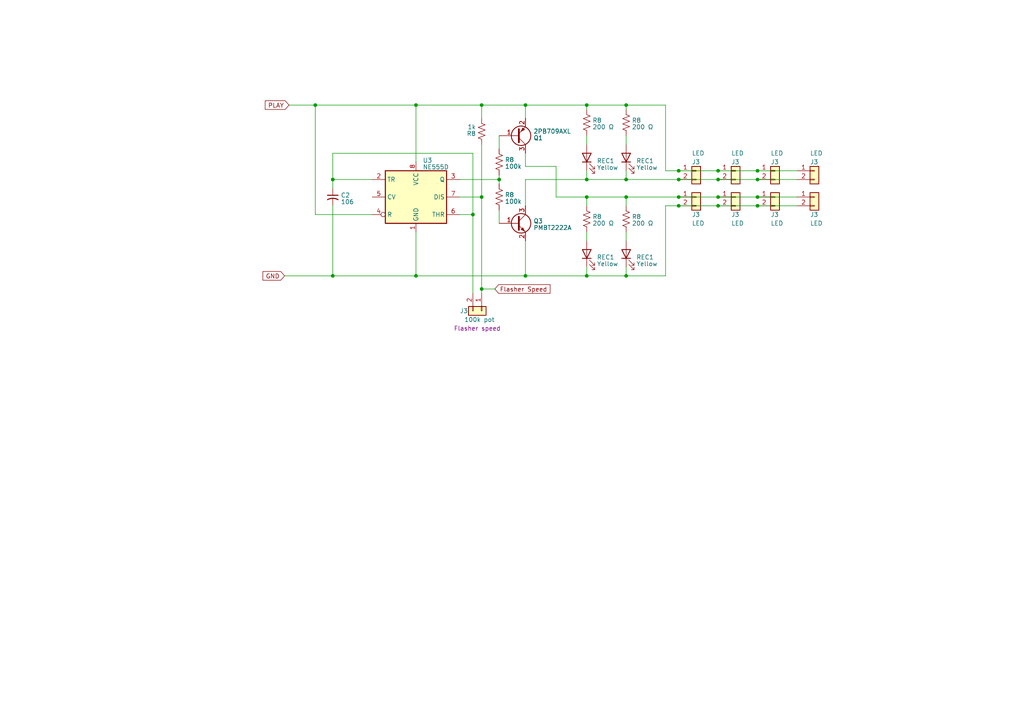
<source format=kicad_sch>
(kicad_sch (version 20230121) (generator eeschema)
  (paper "A4")
  (lib_symbols
    (symbol "Connector_Generic:Conn_01x02" (pin_names (offset 1.016) hide)
      (property "Reference" "J" (at 0 2.54 0))
      (property "Value" "Conn_01x02" (at 0 -5.08 0))
      (symbol "Conn_01x02_1_1"
        (rectangle (start -1.27 -2.413) (end 0 -2.667) (stroke (width 0.1524)))
        (rectangle (start -1.27 0.127) (end 0 -0.127) (stroke (width 0.1524)))
        (rectangle (start -1.27 1.27) (end 1.27 -3.81) (stroke (width 0.254)) (fill (type background)))
        (pin passive line (at -5.08 0 0) (length 3.81) (name "Pin_1") (number "1"))
        (pin passive line (at -5.08 -2.54 0) (length 3.81) (name "Pin_2") (number "2"))
      )
    )
    (symbol "Device:LED" (pin_numbers hide) (pin_names (offset 1.016) hide)
      (property "Reference" "D" (at 0 2.54 0))
      (property "Value" "LED" (at 0 -2.54 0))
      (symbol "LED_0_1"
        (polyline (pts (xy -1.27 -1.27) (xy -1.27 1.27)) (stroke (width 0.254)))
        (polyline (pts (xy -1.27 0) (xy 1.27 0)))
        (polyline (pts (xy 1.27 -1.27) (xy 1.27 1.27) (xy -1.27 0) (xy 1.27 -1.27)) (stroke (width 0.254)))
        (polyline (pts (xy -3.048 -0.762) (xy -4.572 -2.286) (xy -3.81 -2.286) (xy -4.572 -2.286) (xy -4.572 -1.524)))
        (polyline (pts (xy -1.778 -0.762) (xy -3.302 -2.286) (xy -2.54 -2.286) (xy -3.302 -2.286) (xy -3.302 -1.524)))
      )
      (symbol "LED_1_1"
        (pin passive line (at -3.81 0 0) (length 2.54) (name "K") (number "1"))
        (pin passive line (at 3.81 0 180) (length 2.54) (name "A") (number "2"))
      )
    )
    (symbol "Device:Q_NPN_BEC" (pin_names (offset 0) hide)
      (property "Reference" "Q" (at 5.08 1.27 0))
      (property "Value" "Q_NPN_BEC" (at 5.08 -1.27 0))
      (symbol "Q_NPN_BEC_0_1"
        (polyline (pts (xy 0.635 0.635) (xy 2.54 2.54)))
        (polyline (pts (xy 0.635 -0.635) (xy 2.54 -2.54) (xy 2.54 -2.54)))
        (polyline (pts (xy 0.635 1.905) (xy 0.635 -1.905) (xy 0.635 -1.905)) (stroke (width 0.508)))
        (polyline (pts (xy 1.27 -1.778) (xy 1.778 -1.27) (xy 2.286 -2.286) (xy 1.27 -1.778) (xy 1.27 -1.778)) (fill (type outline)))
        (circle (center 1.27 0) (radius 2.8194) (stroke (width 0.254)))
      )
      (symbol "Q_NPN_BEC_1_1"
        (pin input line (at -5.08 0 0) (length 5.715) (name "B") (number "1"))
        (pin passive line (at 2.54 -5.08 90) (length 2.54) (name "E") (number "2"))
        (pin passive line (at 2.54 5.08 270) (length 2.54) (name "C") (number "3"))
      )
    )
    (symbol "Device:Q_PNP_BEC" (pin_names (offset 0) hide)
      (property "Reference" "Q" (at 5.08 1.27 0))
      (property "Value" "Q_PNP_BEC" (at 5.08 -1.27 0))
      (symbol "Q_PNP_BEC_0_1"
        (polyline (pts (xy 0.635 0.635) (xy 2.54 2.54)))
        (polyline (pts (xy 0.635 -0.635) (xy 2.54 -2.54) (xy 2.54 -2.54)))
        (polyline (pts (xy 0.635 1.905) (xy 0.635 -1.905) (xy 0.635 -1.905)) (stroke (width 0.508)))
        (polyline (pts (xy 2.286 -1.778) (xy 1.778 -2.286) (xy 1.27 -1.27) (xy 2.286 -1.778) (xy 2.286 -1.778)) (fill (type outline)))
        (circle (center 1.27 0) (radius 2.8194) (stroke (width 0.254)))
      )
      (symbol "Q_PNP_BEC_1_1"
        (pin input line (at -5.08 0 0) (length 5.715) (name "B") (number "1"))
        (pin passive line (at 2.54 -5.08 90) (length 2.54) (name "E") (number "2"))
        (pin passive line (at 2.54 5.08 270) (length 2.54) (name "C") (number "3"))
      )
    )
    (symbol "Device:R_US" (pin_numbers hide) (pin_names (offset 0))
      (property "Reference" "R" (at 2.54 0 90))
      (property "Value" "R_US" (at -2.54 0 90))
      (symbol "R_US_0_1"
        (polyline (pts (xy 0 -2.286) (xy 0 -2.54)))
        (polyline (pts (xy 0 2.286) (xy 0 2.54)))
        (polyline (pts (xy 0 -0.762) (xy 1.016 -1.143) (xy 0 -1.524) (xy -1.016 -1.905) (xy 0 -2.286)))
        (polyline (pts (xy 0 0.762) (xy 1.016 0.381) (xy 0 0) (xy -1.016 -0.381) (xy 0 -0.762)))
        (polyline (pts (xy 0 2.286) (xy 1.016 1.905) (xy 0 1.524) (xy -1.016 1.143) (xy 0 0.762)))
      )
      (symbol "R_US_1_1"
        (pin passive line (at 0 3.81 270) (length 1.27) (name "~") (number "1"))
        (pin passive line (at 0 -3.81 90) (length 1.27) (name "~") (number "2"))
      )
    )
    (symbol "Local:C_Small_US" (pin_numbers hide) (pin_names (offset 0.254) hide)
      (property "Reference" "C" (at 0.254 1.778 0))
      (property "Value" "C_Small_US" (at 0.254 -2.032 0))
      (symbol "C_Small_US_0_1"
        (polyline (pts (xy -1.524 0.508) (xy 1.524 0.508)) (stroke (width 0.3048)))
        (arc (start 1.524 -0.762) (mid 0 -0.3734) (end -1.524 -0.762) (stroke (width 0.3048)))
      )
      (symbol "C_Small_US_1_1"
        (pin passive line (at 0 2.54 270) (length 2.032) (name "~") (number "1"))
        (pin passive line (at 0 -2.54 90) (length 2.032) (name "~") (number "2"))
      )
    )
    (symbol "Timer:NE555D"
      (property "Reference" "U" (at -10.16 8.89 0))
      (property "Value" "NE555D" (at 2.54 8.89 0))
      (symbol "NE555D_0_0"
        (pin power_in line (at 0 -10.16 90) (length 2.54) (name "GND") (number "1"))
        (pin power_in line (at 0 10.16 270) (length 2.54) (name "VCC") (number "8"))
      )
      (symbol "NE555D_0_1"
        (rectangle (start -8.89 -7.62) (end 8.89 7.62) (stroke (width 0.254)) (fill (type background)))
        (rectangle (start -8.89 -7.62) (end 8.89 7.62) (stroke (width 0.254)) (fill (type background)))
      )
      (symbol "NE555D_1_1"
        (pin input line (at -12.7 5.08 0) (length 3.81) (name "TR") (number "2"))
        (pin output line (at 12.7 5.08 180) (length 3.81) (name "Q") (number "3"))
        (pin input inverted (at -12.7 -5.08 0) (length 3.81) (name "R") (number "4"))
        (pin input line (at -12.7 0 0) (length 3.81) (name "CV") (number "5"))
        (pin input line (at 12.7 -5.08 180) (length 3.81) (name "THR") (number "6"))
        (pin input line (at 12.7 0 180) (length 3.81) (name "DIS") (number "7"))
      )
    )
  )
  (junction (at 152.4 80.01))
  (junction (at 208.28 57.15))
  (junction (at 170.18 80.01))
  (junction (at 219.71 52.07))
  (junction (at 170.18 52.07))
  (junction (at 181.61 30.48))
  (junction (at 196.85 59.69))
  (junction (at 181.61 80.01))
  (junction (at 120.65 80.01))
  (junction (at 96.52 52.07))
  (junction (at 196.85 57.15))
  (junction (at 139.7 30.48))
  (junction (at 170.18 57.15))
  (junction (at 139.7 57.15))
  (junction (at 170.18 30.48))
  (junction (at 208.28 59.69))
  (junction (at 219.71 49.53))
  (junction (at 208.28 49.53))
  (junction (at 120.65 30.48))
  (junction (at 91.44 30.48))
  (junction (at 219.71 59.69))
  (junction (at 196.85 52.07))
  (junction (at 208.28 52.07))
  (junction (at 144.78 52.07))
  (junction (at 219.71 57.15))
  (junction (at 181.61 52.07))
  (junction (at 137.16 62.23))
  (junction (at 152.4 30.48))
  (junction (at 96.52 80.01))
  (junction (at 196.85 49.53))
  (junction (at 139.7 83.82))
  (junction (at 181.61 57.15))
  (wire (pts (xy 161.29 57.15) (xy 170.18 57.15)))
  (wire (pts (xy 152.4 69.85) (xy 152.4 80.01)))
  (wire (pts (xy 181.61 57.15) (xy 181.61 59.69)))
  (wire (pts (xy 196.85 57.15) (xy 208.28 57.15)))
  (wire (pts (xy 208.28 59.69) (xy 219.71 59.69)))
  (wire (pts (xy 137.16 62.23) (xy 137.16 85.09)))
  (wire (pts (xy 133.35 57.15) (xy 139.7 57.15)))
  (wire (pts (xy 120.65 80.01) (xy 152.4 80.01)))
  (wire (pts (xy 96.52 52.07) (xy 96.52 54.61)))
  (wire (pts (xy 170.18 30.48) (xy 181.61 30.48)))
  (wire (pts (xy 133.35 62.23) (xy 137.16 62.23)))
  (wire (pts (xy 219.71 49.53) (xy 231.14 49.53)))
  (wire (pts (xy 219.71 52.07) (xy 231.14 52.07)))
  (wire (pts (xy 181.61 67.31) (xy 181.61 69.85)))
  (wire (pts (xy 107.95 62.23) (xy 91.44 62.23)))
  (wire (pts (xy 170.18 52.07) (xy 152.4 52.07)))
  (wire (pts (xy 107.95 52.07) (xy 96.52 52.07)))
  (wire (pts (xy 120.65 30.48) (xy 120.65 46.99)))
  (wire (pts (xy 208.28 57.15) (xy 219.71 57.15)))
  (wire (pts (xy 137.16 62.23) (xy 137.16 44.45)))
  (wire (pts (xy 170.18 59.69) (xy 170.18 57.15)))
  (wire (pts (xy 170.18 80.01) (xy 170.18 77.47)))
  (wire (pts (xy 144.78 39.37) (xy 144.78 43.18)))
  (wire (pts (xy 91.44 30.48) (xy 120.65 30.48)))
  (wire (pts (xy 120.65 80.01) (xy 120.65 67.31)))
  (wire (pts (xy 170.18 31.75) (xy 170.18 30.48)))
  (wire (pts (xy 170.18 30.48) (xy 152.4 30.48)))
  (wire (pts (xy 181.61 30.48) (xy 181.61 31.75)))
  (wire (pts (xy 196.85 52.07) (xy 208.28 52.07)))
  (wire (pts (xy 181.61 52.07) (xy 196.85 52.07)))
  (wire (pts (xy 170.18 57.15) (xy 181.61 57.15)))
  (wire (pts (xy 208.28 52.07) (xy 219.71 52.07)))
  (wire (pts (xy 96.52 59.69) (xy 96.52 80.01)))
  (wire (pts (xy 181.61 49.53) (xy 181.61 52.07)))
  (wire (pts (xy 152.4 30.48) (xy 152.4 34.29)))
  (wire (pts (xy 193.04 49.53) (xy 193.04 30.48)))
  (wire (pts (xy 170.18 67.31) (xy 170.18 69.85)))
  (wire (pts (xy 139.7 83.82) (xy 139.7 85.09)))
  (wire (pts (xy 96.52 44.45) (xy 96.52 52.07)))
  (wire (pts (xy 196.85 59.69) (xy 193.04 59.69)))
  (wire (pts (xy 181.61 57.15) (xy 196.85 57.15)))
  (wire (pts (xy 137.16 44.45) (xy 96.52 44.45)))
  (wire (pts (xy 96.52 80.01) (xy 120.65 80.01)))
  (wire (pts (xy 208.28 49.53) (xy 219.71 49.53)))
  (wire (pts (xy 181.61 30.48) (xy 193.04 30.48)))
  (wire (pts (xy 152.4 44.45) (xy 152.4 48.26)))
  (wire (pts (xy 133.35 52.07) (xy 144.78 52.07)))
  (wire (pts (xy 170.18 52.07) (xy 170.18 49.53)))
  (wire (pts (xy 196.85 49.53) (xy 193.04 49.53)))
  (wire (pts (xy 161.29 48.26) (xy 161.29 57.15)))
  (wire (pts (xy 139.7 30.48) (xy 152.4 30.48)))
  (wire (pts (xy 181.61 39.37) (xy 181.61 41.91)))
  (wire (pts (xy 219.71 59.69) (xy 231.14 59.69)))
  (wire (pts (xy 139.7 57.15) (xy 139.7 83.82)))
  (wire (pts (xy 91.44 62.23) (xy 91.44 30.48)))
  (wire (pts (xy 152.4 52.07) (xy 152.4 59.69)))
  (wire (pts (xy 139.7 30.48) (xy 120.65 30.48)))
  (wire (pts (xy 144.78 52.07) (xy 144.78 53.34)))
  (wire (pts (xy 193.04 80.01) (xy 181.61 80.01)))
  (wire (pts (xy 181.61 80.01) (xy 170.18 80.01)))
  (wire (pts (xy 139.7 34.29) (xy 139.7 30.48)))
  (wire (pts (xy 152.4 80.01) (xy 170.18 80.01)))
  (wire (pts (xy 219.71 57.15) (xy 231.14 57.15)))
  (wire (pts (xy 91.44 30.48) (xy 83.82 30.48)))
  (wire (pts (xy 82.55 80.01) (xy 96.52 80.01)))
  (wire (pts (xy 196.85 59.69) (xy 208.28 59.69)))
  (wire (pts (xy 181.61 77.47) (xy 181.61 80.01)))
  (wire (pts (xy 143.51 83.82) (xy 139.7 83.82)))
  (wire (pts (xy 181.61 52.07) (xy 170.18 52.07)))
  (wire (pts (xy 144.78 60.96) (xy 144.78 64.77)))
  (wire (pts (xy 170.18 39.37) (xy 170.18 41.91)))
  (wire (pts (xy 144.78 50.8) (xy 144.78 52.07)))
  (wire (pts (xy 152.4 48.26) (xy 161.29 48.26)))
  (wire (pts (xy 139.7 41.91) (xy 139.7 57.15)))
  (wire (pts (xy 193.04 59.69) (xy 193.04 80.01)))
  (wire (pts (xy 196.85 49.53) (xy 208.28 49.53)))
  (global_label "GND" (shape input) (at 82.55 80.01 180) (property "Intersheetrefs" "${INTERSHEET_REFS}" (effects hide)))
  (global_label "PLAY" (shape input) (at 83.82 30.48 180) (property "Intersheetrefs" "${INTERSHEET_REFS}" (effects hide)))
  (global_label "Flasher Speed" (shape input) (at 143.51 83.82 0) (property "Intersheetrefs" "${INTERSHEET_REFS}" (effects hide)))
  (symbol (lib_id "Device:R_US") (at 170.18 35.56 180) (unit 1)
    (property "Reference" "R8" (at 171.831 34.9163 0) (effects (justify right)))
    (property "Value" "200 Ω" (at 171.831 36.8373 0) (effects (justify right)))
    (property "Footprint" "Resistor_SMD:R_0805_2012Metric" (effects hide))
    (instances (project "laser" (path "" (reference "R8") (unit 1)) (path "" (reference "R8") (unit 1)) (path "" (reference "R15") (unit 1))))
  )
  (symbol (lib_id "Device:R_US") (at 144.78 46.99 180) (unit 1)
    (property "Reference" "R8" (at 146.431 46.3463 0) (effects (justify right)))
    (property "Value" "100k" (at 146.431 48.2673 0) (effects (justify right)))
    (property "Footprint" "Resistor_SMD:R_0805_2012Metric" (effects hide))
    (instances (project "laser" (path "" (reference "R8") (unit 1)) (path "" (reference "R8") (unit 1)) (path "" (reference "R13") (unit 1))))
  )
  (symbol (lib_id "Device:R_US") (at 144.78 57.15 180) (unit 1)
    (property "Reference" "R8" (at 146.431 56.5063 0) (effects (justify right)))
    (property "Value" "100k" (at 146.431 58.4273 0) (effects (justify right)))
    (property "Footprint" "Resistor_SMD:R_0805_2012Metric" (effects hide))
    (instances (project "laser" (path "" (reference "R8") (unit 1)) (path "" (reference "R8") (unit 1)) (path "" (reference "R14") (unit 1))))
  )
  (symbol (lib_id "Device:R_US") (at 181.61 35.56 180) (unit 1)
    (property "Reference" "R8" (at 183.261 34.9163 0) (effects (justify right)))
    (property "Value" "200 Ω" (at 183.261 36.8373 0) (effects (justify right)))
    (property "Footprint" "Resistor_SMD:R_0805_2012Metric" (effects hide))
    (instances (project "laser" (path "" (reference "R8") (unit 1)) (path "" (reference "R8") (unit 1)) (path "" (reference "R17") (unit 1))))
  )
  (symbol (lib_id "Device:LED") (at 181.61 73.66 90) (unit 1)
    (property "Reference" "REC1" (at 184.531 74.6038 90) (effects (justify right)))
    (property "Value" "Yellow" (at 184.531 76.5248 90) (effects (justify right)))
    (property "Footprint" "LED_SMD:LED_0805_2012Metric" (effects hide))
    (instances (project "laser" (path "" (reference "REC1") (unit 1)) (path "" (reference "REC1") (unit 1)) (path "" (reference "PLAY5") (unit 1))))
  )
  (symbol (lib_id "Connector_Generic:Conn_01x02") (at 224.79 57.15 0) (unit 1)
    (property "Reference" "J3" (at 223.52 62.23 0) (effects (justify left)))
    (property "Value" "LED" (at 223.52 64.77 0) (effects (justify left)))
    (property "Footprint" "Headers:PinHeader_1x02_P2.54mm_Vertical_Wide" (effects hide))
    (instances (project "laser" (path "" (reference "J3") (unit 1)) (path "" (reference "J3") (unit 1)) (path "" (reference "J14") (unit 1))))
  )
  (symbol (lib_id "Connector_Generic:Conn_01x02") (at 213.36 49.53 0) (unit 1)
    (property "Reference" "J3" (at 212.09 46.99 0) (effects (justify left)))
    (property "Value" "LED" (at 212.09 44.45 0) (effects (justify left)))
    (property "Footprint" "Headers:PinHeader_1x02_P2.54mm_Vertical_Wide" (effects hide))
    (instances (project "laser" (path "" (reference "J3") (unit 1)) (path "" (reference "J3") (unit 1)) (path "" (reference "J11") (unit 1))))
  )
  (symbol (lib_id "Device:R_US") (at 170.18 63.5 180) (unit 1)
    (property "Reference" "R8" (at 171.831 62.8563 0) (effects (justify right)))
    (property "Value" "200 Ω" (at 171.831 64.7773 0) (effects (justify right)))
    (property "Footprint" "Resistor_SMD:R_0805_2012Metric" (effects hide))
    (instances (project "laser" (path "" (reference "R8") (unit 1)) (path "" (reference "R8") (unit 1)) (path "" (reference "R16") (unit 1))))
  )
  (symbol (lib_id "Connector_Generic:Conn_01x02") (at 139.7 90.17 270) (unit 1)
    (property "Reference" "J3" (at 133.35 90.17 90) (effects (justify left)))
    (property "Value" "100k pot" (at 134.62 92.71 90) (effects (justify left)))
    (property "Footprint" "Headers:PinHeader_1x02_P2.54mm_Vertical_Wide" (effects hide))
    (property "Function" "Flasher speed" (at 138.43 95.25 90))
    (instances (project "laser" (path "" (reference "J3") (unit 1)) (path "" (reference "J3") (unit 1)) (path "" (reference "J8") (unit 1))))
  )
  (symbol (lib_id "Connector_Generic:Conn_01x02") (at 236.22 57.15 0) (unit 1)
    (property "Reference" "J3" (at 234.95 62.23 0) (effects (justify left)))
    (property "Value" "LED" (at 234.95 64.77 0) (effects (justify left)))
    (property "Footprint" "Headers:PinHeader_1x02_P2.54mm_Vertical_Wide" (effects hide))
    (instances (project "laser" (path "" (reference "J3") (unit 1)) (path "" (reference "J3") (unit 1)) (path "" (reference "J16") (unit 1))))
  )
  (symbol (lib_id "Connector_Generic:Conn_01x02") (at 236.22 49.53 0) (unit 1)
    (property "Reference" "J3" (at 234.95 46.99 0) (effects (justify left)))
    (property "Value" "LED" (at 234.95 44.45 0) (effects (justify left)))
    (property "Footprint" "Headers:PinHeader_1x02_P2.54mm_Vertical_Wide" (effects hide))
    (instances (project "laser" (path "" (reference "J3") (unit 1)) (path "" (reference "J3") (unit 1)) (path "" (reference "J15") (unit 1))))
  )
  (symbol (lib_id "Device:Q_PNP_BEC") (at 149.86 39.37 0) (mirror x) (unit 1)
    (property "Reference" "Q1" (at 154.7114 40.0137 0) (effects (justify left)))
    (property "Value" "2PB709AXL" (at 154.7114 38.0927 0) (effects (justify left)))
    (property "Footprint" "Package_TO_SOT_SMD:SOT-23" (effects hide))
    (instances (project "laser" (path "" (reference "Q1") (unit 1)) (path "" (reference "Q1") (unit 1)) (path "" (reference "Q2") (unit 1))))
  )
  (symbol (lib_id "Local:C_Small_US") (at 96.52 57.15 0) (unit 1)
    (property "Reference" "C2" (at 98.8314 56.6333 0) (effects (justify left)))
    (property "Value" "106" (at 98.8314 58.5543 0) (effects (justify left)))
    (property "Footprint" "Capacitor_SMD:C_0805_2012Metric" (effects hide))
    (property "Alt Value" "10 µF" (effects hide))
    (instances (project "laser" (path "" (reference "C2") (unit 1)) (path "" (reference "C2") (unit 1)) (path "" (reference "C13") (unit 1))))
  )
  (symbol (lib_id "Timer:NE555D") (at 120.65 57.15 0) (unit 1)
    (property "Reference" "U3" (at 122.6059 46.5201 0) (effects (justify left)))
    (property "Value" "NE555D" (at 122.6059 48.4411 0) (effects (justify left)))
    (property "Footprint" "Package_SO:SOIC-8_3.9x4.9mm_P1.27mm" (effects hide))
    (property "Datasheet" "http://www.ti.com/lit/ds/symlink/ne555.pdf" (effects hide))
  )
  (symbol (lib_id "Connector_Generic:Conn_01x02") (at 213.36 57.15 0) (unit 1)
    (property "Reference" "J3" (at 212.09 62.23 0) (effects (justify left)))
    (property "Value" "LED" (at 212.09 64.77 0) (effects (justify left)))
    (property "Footprint" "Headers:PinHeader_1x02_P2.54mm_Vertical_Wide" (effects hide))
    (instances (project "laser" (path "" (reference "J3") (unit 1)) (path "" (reference "J3") (unit 1)) (path "" (reference "J12") (unit 1))))
  )
  (symbol (lib_id "Device:LED") (at 181.61 45.72 90) (unit 1)
    (property "Reference" "REC1" (at 184.531 46.6638 90) (effects (justify right)))
    (property "Value" "Yellow" (at 184.531 48.5848 90) (effects (justify right)))
    (property "Footprint" "LED_SMD:LED_0805_2012Metric" (effects hide))
    (instances (project "laser" (path "" (reference "REC1") (unit 1)) (path "" (reference "REC1") (unit 1)) (path "" (reference "PLAY6") (unit 1))))
  )
  (symbol (lib_id "Connector_Generic:Conn_01x02") (at 201.93 49.53 0) (unit 1)
    (property "Reference" "J3" (at 200.66 46.99 0) (effects (justify left)))
    (property "Value" "LED" (at 200.66 44.45 0) (effects (justify left)))
    (property "Footprint" "Headers:PinHeader_1x02_P2.54mm_Vertical_Wide" (effects hide))
    (instances (project "laser" (path "" (reference "J3") (unit 1)) (path "" (reference "J3") (unit 1)) (path "" (reference "J9") (unit 1))))
  )
  (symbol (lib_id "Device:LED") (at 170.18 73.66 90) (unit 1)
    (property "Reference" "REC1" (at 173.101 74.6038 90) (effects (justify right)))
    (property "Value" "Yellow" (at 173.101 76.5248 90) (effects (justify right)))
    (property "Footprint" "LED_SMD:LED_0805_2012Metric" (effects hide))
    (instances (project "laser" (path "" (reference "REC1") (unit 1)) (path "" (reference "REC1") (unit 1)) (path "" (reference "PLAY3") (unit 1))))
  )
  (symbol (lib_id "Connector_Generic:Conn_01x02") (at 224.79 49.53 0) (unit 1)
    (property "Reference" "J3" (at 223.52 46.99 0) (effects (justify left)))
    (property "Value" "LED" (at 223.52 44.45 0) (effects (justify left)))
    (property "Footprint" "Headers:PinHeader_1x02_P2.54mm_Vertical_Wide" (effects hide))
    (instances (project "laser" (path "" (reference "J3") (unit 1)) (path "" (reference "J3") (unit 1)) (path "" (reference "J13") (unit 1))))
  )
  (symbol (lib_id "Device:LED") (at 170.18 45.72 90) (unit 1)
    (property "Reference" "REC1" (at 173.101 46.6638 90) (effects (justify right)))
    (property "Value" "Yellow" (at 173.101 48.5848 90) (effects (justify right)))
    (property "Footprint" "LED_SMD:LED_0805_2012Metric" (effects hide))
    (instances (project "laser" (path "" (reference "REC1") (unit 1)) (path "" (reference "REC1") (unit 1)) (path "" (reference "PLAY4") (unit 1))))
  )
  (symbol (lib_id "Connector_Generic:Conn_01x02") (at 201.93 57.15 0) (unit 1)
    (property "Reference" "J3" (at 200.66 62.23 0) (effects (justify left)))
    (property "Value" "LED" (at 200.66 64.77 0) (effects (justify left)))
    (property "Footprint" "Headers:PinHeader_1x02_P2.54mm_Vertical_Wide" (effects hide))
    (instances (project "laser" (path "" (reference "J3") (unit 1)) (path "" (reference "J3") (unit 1)) (path "" (reference "J10") (unit 1))))
  )
  (symbol (lib_id "Device:R_US") (at 139.7 38.1 0) (unit 1)
    (property "Reference" "R8" (at 138.049 38.7437 0) (effects (justify right)))
    (property "Value" "1k" (at 138.049 36.8227 0) (effects (justify right)))
    (property "Footprint" "Resistor_SMD:R_0805_2012Metric" (effects hide))
    (instances (project "laser" (path "" (reference "R8") (unit 1)) (path "" (reference "R8") (unit 1)) (path "" (reference "R12") (unit 1))))
  )
  (symbol (lib_id "Device:Q_NPN_BEC") (at 149.86 64.77 0) (unit 1)
    (property "Reference" "Q3" (at 154.7114 64.1263 0) (effects (justify left)))
    (property "Value" "PMBT2222A" (at 154.7114 66.0473 0) (effects (justify left)))
    (property "Footprint" "Package_TO_SOT_SMD:SOT-23" (effects hide))
  )
  (symbol (lib_id "Device:R_US") (at 181.61 63.5 180) (unit 1)
    (property "Reference" "R8" (at 183.261 62.8563 0) (effects (justify right)))
    (property "Value" "200 Ω" (at 183.261 64.7773 0) (effects (justify right)))
    (property "Footprint" "Resistor_SMD:R_0805_2012Metric" (effects hide))
    (instances (project "laser" (path "" (reference "R8") (unit 1)) (path "" (reference "R8") (unit 1)) (path "" (reference "R18") (unit 1))))
  )
)
</source>
